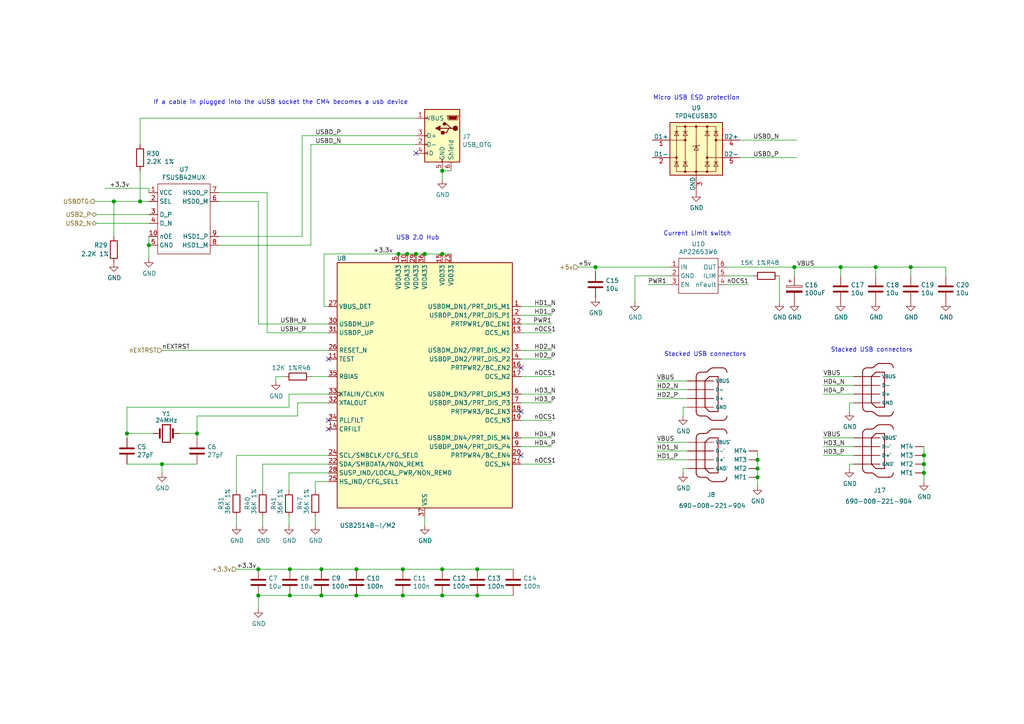
<source format=kicad_sch>
(kicad_sch (version 20231120) (generator "eeschema") (generator_version "8.0")
  (paper "A4")
  (title_block (title "Compute Module 4 IO Board - USB") (rev "1") (company "© 2020-2022 Raspberry Pi Ltd (formerly Raspberry Pi (Trading) Ltd.)") (comment 1 "www.raspberrypi.com"))
  (lib_symbols
    (symbol "CM4IO:AP2553W6"
      (property "Reference" "U" (at 3.81 -6.35 0))
      (property "Value" "AP2553W6" (at -3.81 -6.35 0))
      (symbol "AP2553W6_0_0"
        (pin power_in line (at -8.89 2.54 0) (length 2.54) (name "IN") (number "1"))
        (pin power_out line (at -8.89 0 0) (length 2.54) (name "GND") (number "2"))
        (pin input line (at -8.89 -2.54 0) (length 2.54) (name "EN") (number "3"))
        (pin open_collector line (at 7.62 -2.54 180) (length 2.54) (name "nFault") (number "4"))
        (pin passive line (at 7.62 0 180) (length 2.54) (name "ILIM") (number "5"))
        (pin power_out line (at 7.62 2.54 180) (length 2.54) (name "OUT") (number "6"))
      )
    )
    (symbol "CM4IO:FSUSB42MX"
      (property "Reference" "U" (at -7.62 20.32 0))
      (property "Value" "FSUSB42MX" (at -2.54 -2.54 0))
      (symbol "FSUSB42MX_0_0"
        (pin power_in line (at 8.89 16.51 180) (length 2.54) (name "VCC") (number "1"))
        (pin input line (at 8.89 3.81 180) (length 2.54) (name "nOE") (number "10"))
        (pin input line (at 8.89 13.97 180) (length 2.54) (name "SEL") (number "2"))
        (pin bidirectional line (at 8.89 10.16 180) (length 2.54) (name "D_P") (number "3"))
        (pin bidirectional line (at 8.89 7.62 180) (length 2.54) (name "D_N") (number "4"))
        (pin power_in line (at 8.89 1.27 180) (length 2.54) (name "GND") (number "5"))
        (pin bidirectional line (at -11.43 13.97 0) (length 2.54) (name "HSD0_M") (number "6"))
        (pin bidirectional line (at -11.43 16.51 0) (length 2.54) (name "HSD0_P") (number "7"))
        (pin bidirectional line (at -11.43 1.27 0) (length 2.54) (name "HSD1_M") (number "8"))
        (pin bidirectional line (at -11.43 3.81 0) (length 2.54) (name "HSD1_P") (number "9"))
      )
    )
    (symbol "CM4IO:TPD4EUSB30" (pin_names (offset 0))
      (property "Reference" "U" (at -0.635 8.89 0))
      (property "Value" "TPD4EUSB30" (at 8.89 -10.16 0))
      (symbol "TPD4EUSB30_1_1"
        (pin passive line (at -12.7 2.54 0) (length 5.08) (name "D1+") (number "1"))
        (pin passive line (at -12.7 2.54 0) (length 5.08) hide (name "~") (number "10"))
        (pin passive line (at -12.7 -2.54 0) (length 5.08) (name "D1-") (number "2"))
        (pin power_in line (at 0 -12.7 90) (length 5.08) (name "GND") (number "3"))
        (pin passive line (at 12.7 2.54 180) (length 5.08) (name "D2+") (number "4"))
        (pin passive line (at 12.7 -2.54 180) (length 5.08) (name "D2-") (number "5"))
        (pin passive line (at 12.7 -2.54 180) (length 5.08) hide (name "~") (number "6"))
        (pin passive line (at 12.7 2.54 180) (length 5.08) hide (name "~") (number "7"))
        (pin passive line (at 0 -12.7 90) (length 5.08) hide (name "GND") (number "8"))
        (pin passive line (at -12.7 -2.54 0) (length 5.08) hide (name "~") (number "9"))
      )
    )
    (symbol "CM4IO:USB_67298-4090" (pin_numbers hide)
      (property "Reference" "J" (at -5.08 21.6408 0))
      (property "Value" "USB_67298-4090" (at -5.08 -17.8054 0))
      (symbol "USB_67298-4090_0_0"
        (pin power_in line (at -7.62 -2.54 0) (length 7.62) (name "VBUS`") (number "1"))
        (pin passive line (at -7.62 -5.08 0) (length 7.62) (name "D-`") (number "2"))
        (pin passive line (at -7.62 -7.62 0) (length 7.62) (name "D+`") (number "3"))
        (pin power_in line (at -7.62 -10.16 0) (length 7.62) (name "GND`") (number "4"))
        (pin power_in line (at -7.62 15.24 0) (length 7.62) (name "VBUS") (number "5"))
        (pin passive line (at -7.62 12.7 0) (length 7.62) (name "D-") (number "6"))
        (pin passive line (at -7.62 10.16 0) (length 7.62) (name "D+") (number "7"))
        (pin power_in line (at -7.62 7.62 0) (length 7.62) (name "GND") (number "8"))
        (pin passive line (at 12.7 -12.7 180) (length 2.54) (name "MT1") (number "MT1"))
        (pin passive line (at 12.7 -10.16 180) (length 2.54) (name "MT2") (number "MT2"))
        (pin passive line (at 12.7 -7.62 180) (length 2.54) (name "MT3") (number "MT3"))
        (pin passive line (at 12.7 -5.08 180) (length 2.54) (name "MT4") (number "MT4"))
      )
    )
    (symbol "Connector:USB_OTG"
      (property "Reference" "J" (at -5.08 11.43 0))
      (property "Value" "USB_OTG" (at -5.08 8.89 0))
      (symbol "USB_OTG_1_1"
        (pin power_in line (at 7.62 5.08 180) (length 2.54) (name "VBUS") (number "1"))
        (pin passive line (at 7.62 -2.54 180) (length 2.54) (name "D-") (number "2"))
        (pin passive line (at 7.62 0 180) (length 2.54) (name "D+") (number "3"))
        (pin passive line (at 7.62 -5.08 180) (length 2.54) (name "ID") (number "4"))
        (pin power_in line (at 0 -10.16 90) (length 2.54) (name "GND") (number "5"))
        (pin passive line (at -2.54 -10.16 90) (length 2.54) (name "Shield") (number "6"))
      )
    )
    (symbol "Device:C" (pin_numbers hide) (pin_names (offset 0.254))
      (property "Reference" "C" (at 0.635 2.54 0))
      (property "Value" "C" (at 0.635 -2.54 0))
      (symbol "C_1_1"
        (pin passive line (at 0 3.81 270) (length 2.794) (name "~") (number "1"))
        (pin passive line (at 0 -3.81 90) (length 2.794) (name "~") (number "2"))
      )
    )
    (symbol "Device:CP" (pin_numbers hide) (pin_names (offset 0.254))
      (property "Reference" "C" (at 0.635 2.54 0))
      (property "Value" "CP" (at 0.635 -2.54 0))
      (symbol "CP_1_1"
        (pin passive line (at 0 3.81 270) (length 2.794) (name "~") (number "1"))
        (pin passive line (at 0 -3.81 90) (length 2.794) (name "~") (number "2"))
      )
    )
    (symbol "Device:Crystal" (pin_numbers hide) (pin_names hide)
      (property "Reference" "Y" (at 0 3.81 0))
      (property "Value" "Crystal" (at 0 -3.81 0))
      (symbol "Crystal_1_1"
        (pin passive line (at -3.81 0 0) (length 1.27) (name "1") (number "1"))
        (pin passive line (at 3.81 0 180) (length 1.27) (name "2") (number "2"))
      )
    )
    (symbol "Device:R" (pin_numbers hide) (pin_names (offset 0))
      (property "Reference" "R" (at 2.032 0 90))
      (property "Value" "R" (at 0 0 90))
      (symbol "R_1_1"
        (pin passive line (at 0 3.81 270) (length 1.27) (name "~") (number "1"))
        (pin passive line (at 0 -3.81 90) (length 1.27) (name "~") (number "2"))
      )
    )
    (symbol "Interface_USB:USB2514B_Bi"
      (property "Reference" "U" (at -17.78 40.64 0))
      (property "Value" "USB2514B_Bi" (at -20.32 38.1 0))
      (symbol "USB2514B_Bi_1_1"
        (pin bidirectional line (at 27.94 22.86 180) (length 2.54) (name "USBDM_DN1/PRT_DIS_M1") (number "1"))
        (pin power_in line (at -5.08 38.1 270) (length 2.54) (name "VDDA33") (number "10"))
        (pin input line (at -27.94 7.62 0) (length 2.54) (name "TEST") (number "11"))
        (pin bidirectional line (at 27.94 17.78 180) (length 2.54) (name "PRTPWR1/BC_EN1") (number "12"))
        (pin input line (at 27.94 15.24 180) (length 2.54) (name "OCS_N1") (number "13"))
        (pin input line (at -27.94 -12.7 0) (length 2.54) (name "CRFILT") (number "14"))
        (pin power_in line (at 5.08 38.1 270) (length 2.54) (name "VDD33") (number "15"))
        (pin bidirectional line (at 27.94 5.08 180) (length 2.54) (name "PRTPWR2/BC_EN2") (number "16"))
        (pin input line (at 27.94 2.54 180) (length 2.54) (name "OCS_N2") (number "17"))
        (pin bidirectional line (at 27.94 -7.62 180) (length 2.54) (name "PRTPWR3/BC_EN3") (number "18"))
        (pin input line (at 27.94 -10.16 180) (length 2.54) (name "OCS_N3") (number "19"))
        (pin bidirectional line (at 27.94 20.32 180) (length 2.54) (name "USBDP_DN1/PRT_DIS_P1") (number "2"))
        (pin bidirectional line (at 27.94 -20.32 180) (length 2.54) (name "PRTPWR4/BC_EN4") (number "20"))
        (pin input line (at 27.94 -22.86 180) (length 2.54) (name "OCS_N4") (number "21"))
        (pin bidirectional line (at -27.94 -22.86 0) (length 2.54) (name "SDA/SMBDATA/NON_REM1") (number "22"))
        (pin power_in line (at 7.62 38.1 270) (length 2.54) (name "VDD33") (number "23"))
        (pin bidirectional line (at -27.94 -20.32 0) (length 2.54) (name "SCL/SMBCLK/CFG_SEL0") (number "24"))
        (pin bidirectional line (at -27.94 -27.94 0) (length 2.54) (name "HS_IND/CFG_SEL1") (number "25"))
        (pin input line (at -27.94 10.16 0) (length 2.54) (name "RESET_N") (number "26"))
        (pin input line (at -27.94 22.86 0) (length 2.54) (name "VBUS_DET") (number "27"))
        (pin bidirectional line (at -27.94 -25.4 0) (length 2.54) (name "SUSP_IND/LOCAL_PWR/NON_REM0") (number "28"))
        (pin power_in line (at -2.54 38.1 270) (length 2.54) (name "VDDA33") (number "29"))
        (pin bidirectional line (at 27.94 10.16 180) (length 2.54) (name "USBDM_DN2/PRT_DIS_M2") (number "3"))
        (pin bidirectional line (at -27.94 17.78 0) (length 2.54) (name "USBDM_UP") (number "30"))
        (pin bidirectional line (at -27.94 15.24 0) (length 2.54) (name "USBDP_UP") (number "31"))
        (pin output line (at -27.94 -5.08 0) (length 2.54) (name "XTALOUT") (number "32"))
        (pin input clock (at -27.94 -2.54 0) (length 2.54) (name "XTALIN/CLKIN") (number "33"))
        (pin input line (at -27.94 -10.16 0) (length 2.54) (name "PLLFILT") (number "34"))
        (pin input line (at -27.94 2.54 0) (length 2.54) (name "RBIAS") (number "35"))
        (pin power_in line (at 0 38.1 270) (length 2.54) (name "VDDA33") (number "36"))
        (pin power_in line (at 0 -38.1 90) (length 2.54) (name "VSS") (number "37"))
        (pin bidirectional line (at 27.94 7.62 180) (length 2.54) (name "USBDP_DN2/PRT_DIS_P2") (number "4"))
        (pin power_in line (at -7.62 38.1 270) (length 2.54) (name "VDDA33") (number "5"))
        (pin bidirectional line (at 27.94 -2.54 180) (length 2.54) (name "USBDM_DN3/PRT_DIS_M3") (number "6"))
        (pin bidirectional line (at 27.94 -5.08 180) (length 2.54) (name "USBDP_DN3/PRT_DIS_P3") (number "7"))
        (pin bidirectional line (at 27.94 -15.24 180) (length 2.54) (name "USBDM_DN4/PRT_DIS_M4") (number "8"))
        (pin bidirectional line (at 27.94 -17.78 180) (length 2.54) (name "USBDP_DN4/PRT_DIS_P4") (number "9"))
      )
    )
    (symbol "power:GND" (power) (pin_names (offset 0))
      (property "Value" "GND" (at 0 -3.81 0))
      (symbol "GND_1_1"
        (pin power_in line (at 0 0 270) (length 0) hide (name "GND") (number "1"))
      )
    )
  )
  (junction (at 103.378 165.1) (diameter 1.016))
  (junction (at 103.378 172.72) (diameter 1.016))
  (junction (at 267.97 134.62) (diameter 1.016))
  (junction (at 267.97 137.16) (diameter 1.016))
  (junction (at 138.43 165.1) (diameter 1.016))
  (junction (at 93.218 165.1) (diameter 1.016))
  (junction (at 128.27 49.53) (diameter 1.016))
  (junction (at 74.93 172.72) (diameter 1.016))
  (junction (at 172.72 77.47) (diameter 1.016))
  (junction (at 267.97 132.08) (diameter 1.016))
  (junction (at 219.71 138.43) (diameter 1.016))
  (junction (at 116.84 165.1) (diameter 1.016))
  (junction (at 84.074 165.1) (diameter 1.016))
  (junction (at 128.27 172.72) (diameter 1.016))
  (junction (at 254 77.47) (diameter 1.016))
  (junction (at 36.83 125.73) (diameter 1.016))
  (junction (at 120.65 73.66) (diameter 1.016))
  (junction (at 128.27 73.66) (diameter 1.016))
  (junction (at 219.71 133.35) (diameter 1.016))
  (junction (at 40.64 58.42) (diameter 1.016))
  (junction (at 219.71 135.89) (diameter 1.016))
  (junction (at 123.19 73.66) (diameter 1.016))
  (junction (at 128.27 165.1) (diameter 1.016))
  (junction (at 230.378 77.47) (diameter 1.016))
  (junction (at 74.93 165.1) (diameter 1.016))
  (junction (at 93.218 172.72) (diameter 1.016))
  (junction (at 57.15 125.73) (diameter 1.016))
  (junction (at 84.074 172.72) (diameter 1.016))
  (junction (at 264.16 77.47) (diameter 1.016))
  (junction (at 43.18 71.12) (diameter 1.016))
  (junction (at 33.02 58.42) (diameter 1.016))
  (junction (at 115.57 73.66) (diameter 1.016))
  (junction (at 243.84 77.47) (diameter 1.016))
  (junction (at 116.84 172.72) (diameter 1.016))
  (junction (at 118.11 73.66) (diameter 1.016))
  (junction (at 138.43 172.72) (diameter 1.016))
  (junction (at 46.99 134.62) (diameter 1.016))
  (no_connect (at 95.25 121.92))
  (no_connect (at 95.25 104.14))
  (no_connect (at 120.65 44.45))
  (no_connect (at 95.25 124.46))
  (no_connect (at 151.13 119.38))
  (no_connect (at 151.13 106.68))
  (no_connect (at 151.13 132.08))
  (wire (pts (xy 151.13 96.52) (xy 160.02 96.52)))
  (wire (pts (xy 86.36 116.84) (xy 86.36 120.65)))
  (wire (pts (xy 151.13 88.9) (xy 160.02 88.9)))
  (wire (pts (xy 74.93 165.1) (xy 84.074 165.1)))
  (wire (pts (xy 190.5 113.03) (xy 199.39 113.03)))
  (wire (pts (xy 246.38 134.62) (xy 246.38 135.89)))
  (wire (pts (xy 151.13 116.84) (xy 160.02 116.84)))
  (wire (pts (xy 36.83 127) (xy 36.83 125.73)))
  (wire (pts (xy 190.5 115.57) (xy 199.39 115.57)))
  (wire (pts (xy 172.72 77.47) (xy 194.31 77.47)))
  (wire (pts (xy 93.218 165.1) (xy 103.378 165.1)))
  (wire (pts (xy 151.13 91.44) (xy 160.02 91.44)))
  (wire (pts (xy 246.38 116.84) (xy 246.38 119.38)))
  (wire (pts (xy 57.15 120.65) (xy 57.15 125.73)))
  (wire (pts (xy 95.25 93.98) (xy 74.93 93.98)))
  (wire (pts (xy 247.65 134.62) (xy 246.38 134.62)))
  (wire (pts (xy 83.82 142.24) (xy 83.82 137.16)))
  (wire (pts (xy 138.43 165.1) (xy 148.844 165.1)))
  (wire (pts (xy 68.58 149.86) (xy 68.58 152.4)))
  (wire (pts (xy 238.76 111.76) (xy 247.65 111.76)))
  (wire (pts (xy 194.31 80.01) (xy 184.15 80.01)))
  (wire (pts (xy 83.82 118.11) (xy 36.83 118.11)))
  (wire (pts (xy 93.98 88.9) (xy 93.98 73.66)))
  (wire (pts (xy 43.18 58.42) (xy 40.64 58.42)))
  (wire (pts (xy 77.47 55.88) (xy 77.47 96.52)))
  (wire (pts (xy 184.15 80.01) (xy 184.15 87.63)))
  (wire (pts (xy 74.93 58.42) (xy 74.93 93.98)))
  (wire (pts (xy 118.11 73.66) (xy 120.65 73.66)))
  (wire (pts (xy 151.13 134.62) (xy 160.02 134.62)))
  (wire (pts (xy 43.18 55.88) (xy 43.18 54.61)))
  (wire (pts (xy 83.82 114.3) (xy 83.82 118.11)))
  (wire (pts (xy 36.83 118.11) (xy 36.83 125.73)))
  (wire (pts (xy 82.55 109.22) (xy 80.01 109.22)))
  (wire (pts (xy 128.27 172.72) (xy 138.43 172.72)))
  (wire (pts (xy 63.5 71.12) (xy 90.17 71.12)))
  (wire (pts (xy 91.44 149.86) (xy 91.44 152.4)))
  (wire (pts (xy 254 77.47) (xy 264.16 77.47)))
  (wire (pts (xy 264.16 77.47) (xy 264.16 80.01)))
  (wire (pts (xy 219.71 138.43) (xy 219.71 140.97)))
  (wire (pts (xy 128.27 49.53) (xy 130.81 49.53)))
  (wire (pts (xy 76.2 134.62) (xy 95.25 134.62)))
  (wire (pts (xy 90.17 71.12) (xy 90.17 41.91)))
  (wire (pts (xy 219.71 130.81) (xy 219.71 133.35)))
  (wire (pts (xy 238.76 127) (xy 247.65 127)))
  (wire (pts (xy 76.2 149.86) (xy 76.2 152.4)))
  (wire (pts (xy 267.97 137.16) (xy 267.97 139.7)))
  (wire (pts (xy 57.15 125.73) (xy 57.15 127)))
  (wire (pts (xy 151.13 101.6) (xy 160.02 101.6)))
  (wire (pts (xy 90.17 109.22) (xy 95.25 109.22)))
  (wire (pts (xy 190.5 130.81) (xy 199.39 130.81)))
  (wire (pts (xy 210.82 77.47) (xy 230.378 77.47)))
  (wire (pts (xy 230.378 77.47) (xy 243.84 77.47)))
  (wire (pts (xy 128.27 52.07) (xy 128.27 49.53)))
  (wire (pts (xy 167.64 77.47) (xy 172.72 77.47)))
  (wire (pts (xy 151.13 121.92) (xy 160.02 121.92)))
  (wire (pts (xy 123.19 73.66) (xy 128.27 73.66)))
  (wire (pts (xy 214.63 40.64) (xy 231.14 40.64)))
  (wire (pts (xy 243.84 77.47) (xy 254 77.47)))
  (wire (pts (xy 63.5 68.58) (xy 87.63 68.58)))
  (wire (pts (xy 27.94 64.77) (xy 43.18 64.77)))
  (wire (pts (xy 84.074 172.72) (xy 93.218 172.72)))
  (wire (pts (xy 68.58 132.08) (xy 95.25 132.08)))
  (wire (pts (xy 238.76 109.22) (xy 247.65 109.22)))
  (wire (pts (xy 238.76 132.08) (xy 247.65 132.08)))
  (wire (pts (xy 151.13 114.3) (xy 160.02 114.3)))
  (wire (pts (xy 151.13 104.14) (xy 160.02 104.14)))
  (wire (pts (xy 95.25 116.84) (xy 86.36 116.84)))
  (wire (pts (xy 87.63 68.58) (xy 87.63 39.37)))
  (wire (pts (xy 214.63 45.72) (xy 231.14 45.72)))
  (wire (pts (xy 190.5 128.27) (xy 199.39 128.27)))
  (wire (pts (xy 86.36 120.65) (xy 57.15 120.65)))
  (wire (pts (xy 93.98 73.66) (xy 115.57 73.66)))
  (wire (pts (xy 83.82 149.86) (xy 83.82 152.4)))
  (wire (pts (xy 219.71 133.35) (xy 219.71 135.89)))
  (wire (pts (xy 46.99 134.62) (xy 57.15 134.62)))
  (wire (pts (xy 151.13 109.22) (xy 160.02 109.22)))
  (wire (pts (xy 91.44 142.24) (xy 91.44 139.7)))
  (wire (pts (xy 219.71 135.89) (xy 219.71 138.43)))
  (wire (pts (xy 254 77.47) (xy 254 80.01)))
  (wire (pts (xy 120.65 73.66) (xy 123.19 73.66)))
  (wire (pts (xy 27.305 58.42) (xy 33.02 58.42)))
  (wire (pts (xy 226.06 80.01) (xy 226.06 87.63)))
  (wire (pts (xy 138.43 172.72) (xy 148.844 172.72)))
  (wire (pts (xy 103.378 172.72) (xy 116.84 172.72)))
  (wire (pts (xy 238.76 114.3) (xy 247.65 114.3)))
  (wire (pts (xy 83.82 114.3) (xy 95.25 114.3)))
  (wire (pts (xy 63.5 55.88) (xy 77.47 55.88)))
  (wire (pts (xy 123.19 149.86) (xy 123.19 152.4)))
  (wire (pts (xy 230.378 77.47) (xy 230.378 80.01)))
  (wire (pts (xy 199.39 118.11) (xy 198.12 118.11)))
  (wire (pts (xy 93.218 172.72) (xy 103.378 172.72)))
  (wire (pts (xy 190.5 110.49) (xy 199.39 110.49)))
  (wire (pts (xy 36.83 125.73) (xy 44.45 125.73)))
  (wire (pts (xy 267.97 134.62) (xy 267.97 137.16)))
  (wire (pts (xy 103.378 165.1) (xy 116.84 165.1)))
  (wire (pts (xy 151.13 93.98) (xy 160.02 93.98)))
  (wire (pts (xy 115.57 73.66) (xy 118.11 73.66)))
  (wire (pts (xy 30.48 54.61) (xy 43.18 54.61)))
  (wire (pts (xy 210.82 82.55) (xy 217.17 82.55)))
  (wire (pts (xy 274.32 80.01) (xy 274.32 77.47)))
  (wire (pts (xy 210.82 80.01) (xy 218.44 80.01)))
  (wire (pts (xy 187.96 82.55) (xy 194.31 82.55)))
  (wire (pts (xy 95.25 88.9) (xy 93.98 88.9)))
  (wire (pts (xy 91.44 139.7) (xy 95.25 139.7)))
  (wire (pts (xy 74.93 176.53) (xy 74.93 172.72)))
  (wire (pts (xy 36.83 134.62) (xy 46.99 134.62)))
  (wire (pts (xy 128.27 73.66) (xy 130.81 73.66)))
  (wire (pts (xy 77.47 96.52) (xy 95.25 96.52)))
  (wire (pts (xy 63.5 58.42) (xy 74.93 58.42)))
  (wire (pts (xy 190.5 133.35) (xy 199.39 133.35)))
  (wire (pts (xy 74.93 172.72) (xy 84.074 172.72)))
  (wire (pts (xy 68.58 165.1) (xy 74.93 165.1)))
  (wire (pts (xy 43.18 71.12) (xy 43.18 74.93)))
  (wire (pts (xy 33.02 58.42) (xy 33.02 68.58)))
  (wire (pts (xy 199.39 135.89) (xy 198.12 135.89)))
  (wire (pts (xy 116.84 172.72) (xy 128.27 172.72)))
  (wire (pts (xy 247.65 116.84) (xy 246.38 116.84)))
  (wire (pts (xy 151.13 129.54) (xy 160.02 129.54)))
  (wire (pts (xy 267.97 132.08) (xy 267.97 134.62)))
  (wire (pts (xy 116.84 165.1) (xy 128.27 165.1)))
  (wire (pts (xy 40.64 49.53) (xy 40.64 58.42)))
  (wire (pts (xy 46.99 101.6) (xy 95.25 101.6)))
  (wire (pts (xy 128.27 165.1) (xy 138.43 165.1)))
  (wire (pts (xy 267.97 129.54) (xy 267.97 132.08)))
  (wire (pts (xy 198.12 135.89) (xy 198.12 137.16)))
  (wire (pts (xy 151.13 127) (xy 160.02 127)))
  (wire (pts (xy 27.94 62.23) (xy 43.18 62.23)))
  (wire (pts (xy 264.16 77.47) (xy 274.32 77.47)))
  (wire (pts (xy 76.2 142.24) (xy 76.2 134.62)))
  (wire (pts (xy 52.07 125.73) (xy 57.15 125.73)))
  (wire (pts (xy 40.64 34.29) (xy 120.65 34.29)))
  (wire (pts (xy 40.64 58.42) (xy 33.02 58.42)))
  (wire (pts (xy 68.58 142.24) (xy 68.58 132.08)))
  (wire (pts (xy 90.17 41.91) (xy 120.65 41.91)))
  (wire (pts (xy 84.074 165.1) (xy 93.218 165.1)))
  (wire (pts (xy 198.12 118.11) (xy 198.12 120.65)))
  (wire (pts (xy 87.63 39.37) (xy 120.65 39.37)))
  (wire (pts (xy 172.72 78.74) (xy 172.72 77.47)))
  (wire (pts (xy 80.01 109.22) (xy 80.01 110.49)))
  (wire (pts (xy 40.64 41.91) (xy 40.64 34.29)))
  (wire (pts (xy 83.82 137.16) (xy 95.25 137.16)))
  (wire (pts (xy 43.18 68.58) (xy 43.18 71.12)))
  (wire (pts (xy 46.99 134.62) (xy 46.99 137.16)))
  (wire (pts (xy 243.84 80.01) (xy 243.84 77.47)))
  (wire (pts (xy 238.76 129.54) (xy 247.65 129.54)))
  (text "Current Limit switch" (at 212.09 68.58 0) (effects (font (size 1.27 1.27)) (justify right bottom)))
  (text "USB 2.0 Hub" (at 127.4318 69.7992 0) (effects (font (size 1.27 1.27)) (justify right bottom)))
  (text "If a cable in plugged into the uUSB socket the CM4 becomes a usb device" (at 44.45 30.48 0) (effects (font (size 1.27 1.27)) (justify left bottom)))
  (text "Stacked USB connectors" (at 264.7188 102.3112 0) (effects (font (size 1.27 1.27)) (justify right bottom)))
  (text "Micro USB ESD protection" (at 214.63 29.21 0) (effects (font (size 1.27 1.27)) (justify right bottom)))
  (text "Stacked USB connectors" (at 216.4588 103.5812 0) (effects (font (size 1.27 1.27)) (justify right bottom)))
  (label "nOCS1" (at 154.94 96.52 0))
  (label "+3.3v" (at 31.75 54.61 0))
  (label "HD2_P" (at 190.5 115.57 0))
  (label "HD1_P" (at 190.5 133.35 0))
  (label "HD1_N" (at 154.94 88.9 0))
  (label "HD4_P" (at 154.94 129.54 0))
  (label "nOCS1" (at 210.82 82.55 0))
  (label "VBUS" (at 190.5 110.49 0))
  (label "HD2_N" (at 190.5 113.03 0))
  (label "PWR1" (at 160.02 93.98 180))
  (label "USBD_N" (at 218.44 40.64 0))
  (label "nOCS1" (at 154.94 109.22 0))
  (label "VBUS" (at 231.14 77.47 0))
  (label "USBD_N" (at 91.44 41.91 0))
  (label "HD2_P" (at 154.94 104.14 0))
  (label "VBUS" (at 238.76 127 0))
  (label "VBUS" (at 190.5 128.27 0))
  (label "HD3_P" (at 238.76 132.08 0))
  (label "+3.3v" (at 68.58 165.1 0))
  (label "+5v" (at 167.64 77.47 0))
  (label "HD4_P" (at 238.76 114.3 0))
  (label "HD4_N" (at 154.94 127 0))
  (label "USBH_P" (at 81.28 96.52 0))
  (label "HD3_P" (at 154.94 116.84 0))
  (label "nEXTRST" (at 46.99 101.6 0))
  (label "+3.3v" (at 108.204 73.66 0))
  (label "HD2_N" (at 154.94 101.6 0))
  (label "USBD_P" (at 218.44 45.72 0))
  (label "HD1_N" (at 190.5 130.81 0))
  (label "USBD_P" (at 91.44 39.37 0))
  (label "HD3_N" (at 238.76 129.54 0))
  (label "nOCS1" (at 154.94 134.62 0))
  (label "HD4_N" (at 238.76 111.76 0))
  (label "nOCS1" (at 154.94 121.92 0))
  (label "PWR1" (at 187.96 82.55 0))
  (label "VBUS" (at 238.76 109.22 0))
  (label "USBH_N" (at 81.28 93.98 0))
  (label "HD3_N" (at 154.94 114.3 0))
  (label "HD1_P" (at 154.94 91.44 0))
  (hierarchical_label "USB2_N" (shape bidirectional) (at 27.94 64.77 180))
  (hierarchical_label "USBOTG" (shape output) (at 27.305 58.42 180))
  (hierarchical_label "+3.3v" (shape input) (at 68.58 165.1 180))
  (hierarchical_label "USB2_P" (shape bidirectional) (at 27.94 62.23 180))
  (hierarchical_label "nEXTRST" (shape input) (at 46.99 101.6 180))
  (hierarchical_label "+5v" (shape input) (at 167.64 77.47 180))
  (symbol (lib_id "CM4IO:USB_67298-4090") (at 207.01 125.73 0) (unit 1)
    (property "Reference" "J8" (at 205.105 143.51 0) (effects (justify left)))
    (property "Value" "690-008-221-904" (at 196.85 146.685 0) (effects (justify left)))
    (property "Footprint" "CM4IO:MOLEX_USB_67298-4090" (effects (hide yes)))
    (property "Datasheet" "https://www.molex.com/pdm_docs/sd/672984090_sd.pdf" (effects (hide yes)))
    (property "Field4" "Farnell" (effects (hide yes)))
    (property "Field5" "	2751688" (effects (hide yes)))
    (property "Field6" "690-008-221-904" (effects (hide yes)))
    (property "Field7" "EDAC" (effects (hide yes)))
    (property "Field8" "UCON00727" (effects (hide yes)))
    (property "Part Description" "USB-A (USB TYPE-A), Stacked Receptacle Connector 8 Position Through Hole, Right Angle" (effects (hide yes)))
  )
  (symbol (lib_id "Connector:USB_OTG") (at 128.27 39.37 0) (mirror y) (unit 1)
    (property "Reference" "J7" (at 134.112 39.6494 0) (effects (justify right)))
    (property "Value" "USB_OTG" (at 134.112 41.9608 0) (effects (justify right)))
    (property "Footprint" "CM4IO:USB_Micro-B_EDAC_UCON00686" (effects (hide yes)))
    (property "Datasheet" "https://cdn.amphenol-icc.com/media/wysiwyg/files/documentation/datasheet/inputoutput/io_usb_micro.pd" (effects (hide yes)))
    (property "Field4" "Digikey" (effects (hide yes)))
    (property "Field5" "609-4050-2-ND" (effects (hide yes)))
    (property "Field6" "690-005-298-486" (effects (hide yes)))
    (property "Field7" "EDAC" (effects (hide yes)))
    (property "Part Description" "USB - micro B USB 2.0 Receptacle Connector 5 Position Surface Mount, Right Angle; Through Hole" (effects (hide yes)))
    (property "Field8" "UCON00686" (effects (hide yes)))
  )
  (symbol (lib_id "Device:R") (at 40.64 45.72 0) (unit 1)
    (property "Reference" "R30" (at 42.418 44.5516 0) (effects (justify left)))
    (property "Value" "2.2K 1%" (at 42.418 46.863 0) (effects (justify left)))
    (property "Footprint" "Resistor_SMD:R_0402_1005Metric" (effects (hide yes)))
    (property "Datasheet" "https://fscdn.rohm.com/en/products/databook/datasheet/passive/resistor/chip_resistor/mcr-e.pdf" (effects (hide yes)))
    (property "Field4" "Farnell" (effects (hide yes)))
    (property "Field5" "9239278" (effects (hide yes)))
    (property "Field7" "KOA EUROPE GMBH" (effects (hide yes)))
    (property "Field6" "RK73G1ETQTP2201D         " (effects (hide yes)))
    (property "Part Description" "Resistor 2.2K M1005 1% 63mW" (effects (hide yes)))
    (property "Field8" "120889581" (effects (hide yes)))
  )
  (symbol (lib_id "power:GND") (at 172.72 86.36 0) (unit 1)
    (property "Reference" "#PWR019" (effects (hide yes)))
    (property "Value" "GND" (at 172.847 90.7542 0))
  )
  (symbol (lib_id "Device:C") (at 243.84 83.82 0) (unit 1)
    (property "Reference" "C17" (at 246.761 82.6516 0) (effects (justify left)))
    (property "Value" "10u" (at 246.761 84.963 0) (effects (justify left)))
    (property "Footprint" "Capacitor_SMD:C_0805_2012Metric" (effects (hide yes)))
    (property "Datasheet" "https://search.murata.co.jp/Ceramy/image/img/A01X/G101/ENG/GRM21BR71A106KA73-01.pdf" (effects (hide yes)))
    (property "Field5" "490-14381-1-ND" (effects (hide yes)))
    (property "Field4" "Digikey" (effects (hide yes)))
    (property "Field6" "GRM21BR71A106KA73L" (effects (hide yes)))
    (property "Field7" "Murata" (effects (hide yes)))
    (property "Part Description" "	10uF 10% 10V Ceramic Capacitor X7R 0805 (2012 Metric)" (effects (hide yes)))
    (property "Field8" "111893011" (effects (hide yes)))
  )
  (symbol (lib_id "power:GND") (at 243.84 87.63 0) (unit 1)
    (property "Reference" "#PWR027" (effects (hide yes)))
    (property "Value" "GND" (at 243.967 92.0242 0))
  )
  (symbol (lib_id "Device:C") (at 254 83.82 0) (unit 1)
    (property "Reference" "C18" (at 256.921 82.6516 0) (effects (justify left)))
    (property "Value" "10u" (at 256.921 84.963 0) (effects (justify left)))
    (property "Footprint" "Capacitor_SMD:C_0805_2012Metric" (effects (hide yes)))
    (property "Datasheet" "https://search.murata.co.jp/Ceramy/image/img/A01X/G101/ENG/GRM21BR71A106KA73-01.pdf" (effects (hide yes)))
    (property "Field5" "490-14381-1-ND" (effects (hide yes)))
    (property "Field4" "Digikey" (effects (hide yes)))
    (property "Field6" "GRM21BR71A106KA73L" (effects (hide yes)))
    (property "Field7" "Murata" (effects (hide yes)))
    (property "Part Description" "	10uF 10% 10V Ceramic Capacitor X7R 0805 (2012 Metric)" (effects (hide yes)))
    (property "Field8" "111893011" (effects (hide yes)))
  )
  (symbol (lib_id "power:GND") (at 254 87.63 0) (unit 1)
    (property "Reference" "#PWR029" (effects (hide yes)))
    (property "Value" "GND" (at 254.127 92.0242 0))
  )
  (symbol (lib_id "Device:C") (at 264.16 83.82 0) (unit 1)
    (property "Reference" "C19" (at 267.081 82.6516 0) (effects (justify left)))
    (property "Value" "10u" (at 267.081 84.963 0) (effects (justify left)))
    (property "Footprint" "Capacitor_SMD:C_0805_2012Metric" (effects (hide yes)))
    (property "Datasheet" "https://search.murata.co.jp/Ceramy/image/img/A01X/G101/ENG/GRM21BR71A106KA73-01.pdf" (effects (hide yes)))
    (property "Field5" "490-14381-1-ND" (effects (hide yes)))
    (property "Field4" "Digikey" (effects (hide yes)))
    (property "Field6" "GRM21BR71A106KA73L" (effects (hide yes)))
    (property "Field7" "Murata" (effects (hide yes)))
    (property "Part Description" "	10uF 10% 10V Ceramic Capacitor X7R 0805 (2012 Metric)" (effects (hide yes)))
    (property "Field8" "111893011" (effects (hide yes)))
  )
  (symbol (lib_id "Device:C") (at 274.32 83.82 0) (unit 1)
    (property "Reference" "C20" (at 277.241 82.6516 0) (effects (justify left)))
    (property "Value" "10u" (at 277.241 84.963 0) (effects (justify left)))
    (property "Footprint" "Capacitor_SMD:C_0805_2012Metric" (effects (hide yes)))
    (property "Datasheet" "https://search.murata.co.jp/Ceramy/image/img/A01X/G101/ENG/GRM21BR71A106KA73-01.pdf" (effects (hide yes)))
    (property "Field5" "490-14381-1-ND" (effects (hide yes)))
    (property "Field4" "Digikey" (effects (hide yes)))
    (property "Field6" "GRM21BR71A106KA73L" (effects (hide yes)))
    (property "Field7" "Murata" (effects (hide yes)))
    (property "Part Description" "	10uF 10% 10V Ceramic Capacitor X7R 0805 (2012 Metric)" (effects (hide yes)))
    (property "Field8" "111893011" (effects (hide yes)))
  )
  (symbol (lib_id "power:GND") (at 198.12 120.65 0) (unit 1)
    (property "Reference" "#PWR021" (effects (hide yes)))
    (property "Value" "GND" (at 198.247 125.0442 0))
  )
  (symbol (lib_id "power:GND") (at 198.12 137.16 0) (unit 1)
    (property "Reference" "#PWR022" (effects (hide yes)))
    (property "Value" "GND" (at 198.247 141.5542 0))
  )
  (symbol (lib_id "Device:R") (at 33.02 72.39 0) (unit 1)
    (property "Reference" "R29" (at 27.305 71.12 0) (effects (justify left)))
    (property "Value" "2.2K 1%" (at 23.495 73.66 0) (effects (justify left)))
    (property "Footprint" "Resistor_SMD:R_0402_1005Metric" (effects (hide yes)))
    (property "Datasheet" "https://fscdn.rohm.com/en/products/databook/datasheet/passive/resistor/chip_resistor/mcr-e.pdf" (effects (hide yes)))
    (property "Field4" "Farnell" (effects (hide yes)))
    (property "Field5" "9239278" (effects (hide yes)))
    (property "Field7" "KOA EUROPE GMBH" (effects (hide yes)))
    (property "Field6" "RK73G1ETQTP2201D         " (effects (hide yes)))
    (property "Part Description" "Resistor 2.2K M1005 1% 63mW" (effects (hide yes)))
    (property "Field8" "120889581" (effects (hide yes)))
  )
  (symbol (lib_id "CM4IO:AP2553W6") (at 203.2 80.01 0) (unit 1)
    (property "Reference" "U10" (at 202.565 70.739 0))
    (property "Value" "AP22653W6" (at 202.565 73.0504 0))
    (property "Footprint" "Package_TO_SOT_SMD:SOT-23-6" (effects (hide yes)))
    (property "Datasheet" "https://www.diodes.com/assets/Datasheets/AP255x.pdf" (effects (hide yes)))
    (property "Field4" "Digikey" (effects (hide yes)))
    (property "Field5" "	31-AP22653W6-7CT-ND" (effects (hide yes)))
    (property "Field6" "AP22653W6" (effects (hide yes)))
    (property "Field7" "Diodes" (effects (hide yes)))
    (property "Part Description" "	Power Switch/Driver 1:1 P-Channel 2.1A SOT-23-6" (effects (hide yes)))
  )
  (symbol (lib_id "Interface_USB:USB2514B_Bi") (at 123.19 111.76 0) (unit 1)
    (property "Reference" "U8" (at 99.06 74.93 0))
    (property "Value" "USB2514B-I/M2" (at 106.68 152.4 0))
    (property "Footprint" "Package_DFN_QFN:QFN-36-1EP_6x6mm_P0.5mm_EP3.7x3.7mm" (effects (hide yes)))
    (property "Datasheet" "http://ww1.microchip.com/downloads/en/DeviceDoc/00001692C.pdf" (effects (hide yes)))
    (property "Field4" "Farnell" (effects (hide yes)))
    (property "Field5" "2775060" (effects (hide yes)))
    (property "Field6" "USB2514B-I/M2" (effects (hide yes)))
    (property "Field7" "Microchip" (effects (hide yes)))
    (property "Part Description" "	USB Hub Controller USB Interface 36-SQFN (6x6)" (effects (hide yes)))
    (property "Field8" "UICC00931" (effects (hide yes)))
  )
  (symbol (lib_id "power:GND") (at 80.01 110.49 0) (unit 1)
    (property "Reference" "#PWR014" (effects (hide yes)))
    (property "Value" "GND" (at 80.137 114.8842 0))
  )
  (symbol (lib_id "power:GND") (at 184.15 87.63 0) (unit 1)
    (property "Reference" "#PWR020" (effects (hide yes)))
    (property "Value" "GND" (at 184.277 92.0242 0))
  )
  (symbol (lib_id "Device:R") (at 83.82 146.05 0) (unit 1)
    (property "Reference" "R41" (at 79.375 147.955 90) (effects (justify left)))
    (property "Value" "36K 1%" (at 81.28 149.225 90) (effects (justify left)))
    (property "Footprint" "Resistor_SMD:R_0402_1005Metric" (effects (hide yes)))
    (property "Datasheet" "https://fscdn.rohm.com/en/products/databook/datasheet/passive/resistor/chip_resistor/mcr-e.pdf" (effects (hide yes)))
    (property "Field4" "Farnell" (effects (hide yes)))
    (property "Field5" "1458788" (effects (hide yes)))
    (property "Field7" "Rohm" (effects (hide yes)))
    (property "Field6" "MCR01MZPF3602" (effects (hide yes)))
    (property "Part Description" "Resistor 36K M1005 1% 63mW" (effects (hide yes)))
  )
  (symbol (lib_id "Device:R") (at 76.2 146.05 0) (unit 1)
    (property "Reference" "R40" (at 71.755 147.955 90) (effects (justify left)))
    (property "Value" "36K 1%" (at 73.66 149.225 90) (effects (justify left)))
    (property "Footprint" "Resistor_SMD:R_0402_1005Metric" (effects (hide yes)))
    (property "Datasheet" "https://fscdn.rohm.com/en/products/databook/datasheet/passive/resistor/chip_resistor/mcr-e.pdf" (effects (hide yes)))
    (property "Field4" "Farnell" (effects (hide yes)))
    (property "Field5" "1458788" (effects (hide yes)))
    (property "Field7" "Rohm" (effects (hide yes)))
    (property "Field6" "MCR01MZPF3602" (effects (hide yes)))
    (property "Part Description" "Resistor 36K M1005 1% 63mW" (effects (hide yes)))
  )
  (symbol (lib_id "Device:R") (at 68.58 146.05 0) (unit 1)
    (property "Reference" "R31" (at 64.135 147.955 90) (effects (justify left)))
    (property "Value" "36K 1%" (at 66.04 149.225 90) (effects (justify left)))
    (property "Footprint" "Resistor_SMD:R_0402_1005Metric" (effects (hide yes)))
    (property "Datasheet" "https://fscdn.rohm.com/en/products/databook/datasheet/passive/resistor/chip_resistor/mcr-e.pdf" (effects (hide yes)))
    (property "Field4" "Farnell" (effects (hide yes)))
    (property "Field5" "1458788" (effects (hide yes)))
    (property "Field7" "Rohm" (effects (hide yes)))
    (property "Field6" "MCR01MZPF3602" (effects (hide yes)))
    (property "Part Description" "Resistor 36K M1005 1% 63mW" (effects (hide yes)))
  )
  (symbol (lib_id "power:GND") (at 68.58 152.4 0) (unit 1)
    (property "Reference" "#PWR011" (effects (hide yes)))
    (property "Value" "GND" (at 68.707 156.7942 0))
  )
  (symbol (lib_id "power:GND") (at 76.2 152.4 0) (unit 1)
    (property "Reference" "#PWR013" (effects (hide yes)))
    (property "Value" "GND" (at 76.327 156.7942 0))
  )
  (symbol (lib_id "power:GND") (at 83.82 152.4 0) (unit 1)
    (property "Reference" "#PWR015" (effects (hide yes)))
    (property "Value" "GND" (at 83.947 156.7942 0))
  )
  (symbol (lib_id "power:GND") (at 91.44 152.4 0) (unit 1)
    (property "Reference" "#PWR016" (effects (hide yes)))
    (property "Value" "GND" (at 91.567 156.7942 0))
  )
  (symbol (lib_id "Device:R") (at 222.25 80.01 90) (unit 1)
    (property "Reference" "R48" (at 226.06 76.2 90) (effects (justify left)))
    (property "Value" "15K 1%" (at 222.25 76.2 90) (effects (justify left)))
    (property "Footprint" "Resistor_SMD:R_0402_1005Metric" (effects (hide yes)))
    (property "Datasheet" "https://fscdn.rohm.com/en/products/databook/datasheet/passive/resistor/chip_resistor/mcr-e.pdf" (effects (hide yes)))
    (property "Field4" "Farnell" (effects (hide yes)))
    (property "Field5" "9239375" (effects (hide yes)))
    (property "Field6" "MCR01MZPF1502" (effects (hide yes)))
    (property "Field7" "Rohm" (effects (hide yes)))
    (property "Part Description" "Resistor 15K M1005 1% 63mW" (effects (hide yes)))
    (property "Field8" "120891581" (effects (hide yes)))
  )
  (symbol (lib_id "power:GND") (at 226.06 87.63 0) (unit 1)
    (property "Reference" "#PWR025" (effects (hide yes)))
    (property "Value" "GND" (at 226.187 92.0242 0))
  )
  (symbol (lib_id "power:GND") (at 264.16 87.63 0) (unit 1)
    (property "Reference" "#PWR031" (effects (hide yes)))
    (property "Value" "GND" (at 264.287 92.0242 0))
  )
  (symbol (lib_id "power:GND") (at 274.32 87.63 0) (unit 1)
    (property "Reference" "#PWR032" (effects (hide yes)))
    (property "Value" "GND" (at 274.447 92.0242 0))
  )
  (symbol (lib_id "power:GND") (at 219.71 140.97 0) (unit 1)
    (property "Reference" "#PWR024" (effects (hide yes)))
    (property "Value" "GND" (at 219.837 145.3642 0))
  )
  (symbol (lib_id "power:GND") (at 128.27 52.07 0) (unit 1)
    (property "Reference" "#PWR018" (effects (hide yes)))
    (property "Value" "GND" (at 128.397 56.4642 0))
  )
  (symbol (lib_id "CM4IO:FSUSB42MX") (at 52.07 72.39 0) (mirror y) (unit 1)
    (property "Reference" "U7" (at 53.34 49.149 0))
    (property "Value" "FSUSB42MUX" (at 53.34 51.4604 0))
    (property "Footprint" "Package_SO:MSOP-10_3x3mm_P0.5mm" (effects (hide yes)))
    (property "Datasheet" "https://www.onsemi.com/pub/Collateral/FSUSB42-D.PDF" (effects (hide yes)))
    (property "Field4" "Farnell" (effects (hide yes)))
    (property "Field5" "2564479" (effects (hide yes)))
    (property "Field6" "FSUSB42MUX" (effects (hide yes)))
    (property "Field7" "Onsemi" (effects (hide yes)))
    (property "Part Description" "USB Switch IC 1 Channel 10-MSOP" (effects (hide yes)))
  )
  (symbol (lib_id "power:GND") (at 123.19 152.4 0) (unit 1)
    (property "Reference" "#PWR017" (effects (hide yes)))
    (property "Value" "GND" (at 123.317 156.7942 0))
  )
  (symbol (lib_id "power:GND") (at 43.18 74.93 0) (unit 1)
    (property "Reference" "#PWR09" (effects (hide yes)))
    (property "Value" "GND" (at 43.307 79.3242 0))
  )
  (symbol (lib_id "power:GND") (at 33.02 76.2 0) (unit 1)
    (property "Reference" "#PWR05" (effects (hide yes)))
    (property "Value" "GND" (at 33.147 80.5942 0))
  )
  (symbol (lib_id "Device:R") (at 86.36 109.22 90) (unit 1)
    (property "Reference" "R46" (at 90.17 106.68 90) (effects (justify left)))
    (property "Value" "12K 1%" (at 86.36 106.68 90) (effects (justify left)))
    (property "Footprint" "Resistor_SMD:R_0402_1005Metric" (effects (hide yes)))
    (property "Datasheet" "https://fscdn.rohm.com/en/products/databook/datasheet/passive/resistor/chip_resistor/mcr-e.pdf" (effects (hide yes)))
    (property "Field4" "Farnell" (effects (hide yes)))
    (property "Field5" "9239367" (effects (hide yes)))
    (property "Field7" "Rohm" (effects (hide yes)))
    (property "Field6" "MCR01MZPF1202" (effects (hide yes)))
    (property "Part Description" "Resistor 12K M1005 1% 63mW" (effects (hide yes)))
  )
  (symbol (lib_id "Device:R") (at 91.44 146.05 0) (unit 1)
    (property "Reference" "R47" (at 86.995 147.955 90) (effects (justify left)))
    (property "Value" "36K 1%" (at 88.9 149.225 90) (effects (justify left)))
    (property "Footprint" "Resistor_SMD:R_0402_1005Metric" (effects (hide yes)))
    (property "Datasheet" "https://fscdn.rohm.com/en/products/databook/datasheet/passive/resistor/chip_resistor/mcr-e.pdf" (effects (hide yes)))
    (property "Field4" "Farnell" (effects (hide yes)))
    (property "Field5" "1458788" (effects (hide yes)))
    (property "Field7" "Rohm" (effects (hide yes)))
    (property "Field6" "MCR01MZPF3602" (effects (hide yes)))
    (property "Part Description" "Resistor 36K M1005 1% 63mW" (effects (hide yes)))
  )
  (symbol (lib_id "Device:C") (at 116.84 168.91 0) (unit 1)
    (property "Reference" "C11" (at 119.761 167.7416 0) (effects (justify left)))
    (property "Value" "100n" (at 119.761 170.053 0) (effects (justify left)))
    (property "Footprint" "Capacitor_SMD:C_0402_1005Metric" (effects (hide yes)))
    (property "Datasheet" "https://search.murata.co.jp/Ceramy/image/img/A01X/G101/ENG/GRM155R71C104KA88-01.pdf" (effects (hide yes)))
    (property "Field4" "Farnell" (effects (hide yes)))
    (property "Field5" "2611911" (effects (hide yes)))
    (property "Field6" "RM EMK105 B7104KV-F" (effects (hide yes)))
    (property "Field7" "TAIYO YUDEN EUROPE GMBH" (effects (hide yes)))
    (property "Part Description" "	0.1uF 10% 16V Ceramic Capacitor X7R 0402 (1005 Metric)" (effects (hide yes)))
    (property "Field8" "110091611" (effects (hide yes)))
  )
  (symbol (lib_id "Device:C") (at 128.27 168.91 0) (unit 1)
    (property "Reference" "C12" (at 131.191 167.7416 0) (effects (justify left)))
    (property "Value" "100n" (at 131.191 170.053 0) (effects (justify left)))
    (property "Footprint" "Capacitor_SMD:C_0402_1005Metric" (effects (hide yes)))
    (property "Datasheet" "https://search.murata.co.jp/Ceramy/image/img/A01X/G101/ENG/GRM155R71C104KA88-01.pdf" (effects (hide yes)))
    (property "Field4" "Farnell" (effects (hide yes)))
    (property "Field5" "2611911" (effects (hide yes)))
    (property "Field6" "RM EMK105 B7104KV-F" (effects (hide yes)))
    (property "Field7" "TAIYO YUDEN EUROPE GMBH" (effects (hide yes)))
    (property "Part Description" "	0.1uF 10% 16V Ceramic Capacitor X7R 0402 (1005 Metric)" (effects (hide yes)))
    (property "Field8" "110091611" (effects (hide yes)))
  )
  (symbol (lib_id "Device:C") (at 138.43 168.91 0) (unit 1)
    (property "Reference" "C13" (at 141.351 167.7416 0) (effects (justify left)))
    (property "Value" "100n" (at 141.351 170.053 0) (effects (justify left)))
    (property "Footprint" "Capacitor_SMD:C_0402_1005Metric" (effects (hide yes)))
    (property "Datasheet" "https://search.murata.co.jp/Ceramy/image/img/A01X/G101/ENG/GRM155R71C104KA88-01.pdf" (effects (hide yes)))
    (property "Field4" "Farnell" (effects (hide yes)))
    (property "Field5" "2611911" (effects (hide yes)))
    (property "Field6" "RM EMK105 B7104KV-F" (effects (hide yes)))
    (property "Field7" "TAIYO YUDEN EUROPE GMBH" (effects (hide yes)))
    (property "Part Description" "	0.1uF 10% 16V Ceramic Capacitor X7R 0402 (1005 Metric)" (effects (hide yes)))
    (property "Field8" "110091611" (effects (hide yes)))
  )
  (symbol (lib_id "Device:C") (at 93.218 168.91 0) (unit 1)
    (property "Reference" "C9" (at 96.139 167.7416 0) (effects (justify left)))
    (property "Value" "100n" (at 96.139 170.053 0) (effects (justify left)))
    (property "Footprint" "Capacitor_SMD:C_0402_1005Metric" (effects (hide yes)))
    (property "Datasheet" "https://search.murata.co.jp/Ceramy/image/img/A01X/G101/ENG/GRM155R71C104KA88-01.pdf" (effects (hide yes)))
    (property "Field4" "Farnell" (effects (hide yes)))
    (property "Field5" "2611911" (effects (hide yes)))
    (property "Field6" "RM EMK105 B7104KV-F" (effects (hide yes)))
    (property "Field7" "TAIYO YUDEN EUROPE GMBH" (effects (hide yes)))
    (property "Part Description" "	0.1uF 10% 16V Ceramic Capacitor X7R 0402 (1005 Metric)" (effects (hide yes)))
    (property "Field8" "110091611" (effects (hide yes)))
  )
  (symbol (lib_id "power:GND") (at 74.93 176.53 0) (unit 1)
    (property "Reference" "#PWR012" (effects (hide yes)))
    (property "Value" "GND" (at 75.057 180.9242 0))
  )
  (symbol (lib_id "Device:C") (at 74.93 168.91 0) (unit 1)
    (property "Reference" "C7" (at 77.851 167.7416 0) (effects (justify left)))
    (property "Value" "10u" (at 77.851 170.053 0) (effects (justify left)))
    (property "Footprint" "Capacitor_SMD:C_0805_2012Metric" (effects (hide yes)))
    (property "Datasheet" "https://search.murata.co.jp/Ceramy/image/img/A01X/G101/ENG/GRM21BR71A106KA73-01.pdf" (effects (hide yes)))
    (property "Field5" "490-14381-1-ND" (effects (hide yes)))
    (property "Field4" "Digikey" (effects (hide yes)))
    (property "Field6" "GRM21BR71A106KA73L" (effects (hide yes)))
    (property "Field7" "Murata" (effects (hide yes)))
    (property "Part Description" "	10uF 10% 10V Ceramic Capacitor X7R 0805 (2012 Metric)" (effects (hide yes)))
    (property "Field8" "111893011" (effects (hide yes)))
  )
  (symbol (lib_id "Device:C") (at 84.074 168.91 0) (unit 1)
    (property "Reference" "C8" (at 86.995 167.7416 0) (effects (justify left)))
    (property "Value" "10u" (at 86.995 170.053 0) (effects (justify left)))
    (property "Footprint" "Capacitor_SMD:C_0805_2012Metric" (effects (hide yes)))
    (property "Datasheet" "https://search.murata.co.jp/Ceramy/image/img/A01X/G101/ENG/GRM21BR71A106KA73-01.pdf" (effects (hide yes)))
    (property "Field5" "490-14381-1-ND" (effects (hide yes)))
    (property "Field4" "Digikey" (effects (hide yes)))
    (property "Field6" "GRM21BR71A106KA73L" (effects (hide yes)))
    (property "Field7" "Murata" (effects (hide yes)))
    (property "Part Description" "	10uF 10% 10V Ceramic Capacitor X7R 0805 (2012 Metric)" (effects (hide yes)))
    (property "Field8" "111893011" (effects (hide yes)))
  )
  (symbol (lib_id "Device:Crystal") (at 48.26 125.73 0) (unit 1)
    (property "Reference" "Y1" (at 48.26 120.015 0))
    (property "Value" "24MHz" (at 48.26 121.92 0))
    (property "Footprint" "Crystal:Crystal_SMD_HC49-SD" (effects (hide yes)))
    (property "Field4" "Farnell" (effects (hide yes)))
    (property "Field5" "2508493" (effects (hide yes)))
    (property "Field7" "AEL" (effects (hide yes)))
    (property "Field6" "X24M000000S128" (effects (hide yes)))
    (property "Part Description" "24MHz Crystal 18pf 30ppm 30ppm" (effects (hide yes)))
  )
  (symbol (lib_id "Device:C") (at 36.83 130.81 0) (unit 1)
    (property "Reference" "C5" (at 39.751 129.6416 0) (effects (justify left)))
    (property "Value" "27pF" (at 39.751 131.953 0) (effects (justify left)))
    (property "Footprint" "Capacitor_SMD:C_0402_1005Metric" (effects (hide yes)))
    (property "Datasheet" "https://search.murata.co.jp/Ceramy/image/img/A01X/G101/ENG/GJM1555C1H270JB01-01.pdf" (effects (hide yes)))
    (property "Field8" "UCAP00738 " (effects (hide yes)))
    (property "Field5" "490-17672-1-ND" (effects (hide yes)))
    (property "Field6" "GJM1555C1H270JB01D" (effects (hide yes)))
    (property "Field7" "Murata" (effects (hide yes)))
    (property "Part Description" "	27pF 5% 50V Ceramic Capacitor C0G, NP0 0402 (1005 Metric)" (effects (hide yes)))
    (property "Field4" "Digikey" (effects (hide yes)))
  )
  (symbol (lib_id "Device:C") (at 57.15 130.81 0) (unit 1)
    (property "Reference" "C6" (at 60.071 129.6416 0) (effects (justify left)))
    (property "Value" "27pF" (at 60.071 131.953 0) (effects (justify left)))
    (property "Footprint" "Capacitor_SMD:C_0402_1005Metric" (effects (hide yes)))
    (property "Datasheet" "https://search.murata.co.jp/Ceramy/image/img/A01X/G101/ENG/GJM1555C1H270JB01-01.pdf" (effects (hide yes)))
    (property "Field8" "UCAP00738 " (effects (hide yes)))
    (property "Field5" "490-17672-1-ND" (effects (hide yes)))
    (property "Field6" "GJM1555C1H270JB01D" (effects (hide yes)))
    (property "Field7" "Murata" (effects (hide yes)))
    (property "Part Description" "	27pF 5% 50V Ceramic Capacitor C0G, NP0 0402 (1005 Metric)" (effects (hide yes)))
    (property "Field4" "Digikey" (effects (hide yes)))
  )
  (symbol (lib_id "power:GND") (at 46.99 137.16 0) (unit 1)
    (property "Reference" "#PWR010" (effects (hide yes)))
    (property "Value" "GND" (at 47.117 141.5542 0))
  )
  (symbol (lib_id "power:GND") (at 201.93 55.88 0) (unit 1)
    (property "Reference" "#PWR023" (effects (hide yes)))
    (property "Value" "GND" (at 202.057 60.2742 0))
  )
  (symbol (lib_id "power:GND") (at 230.378 87.63 0) (unit 1)
    (property "Reference" "#PWR026" (effects (hide yes)))
    (property "Value" "GND" (at 230.505 92.0242 0))
  )
  (symbol (lib_id "Device:C") (at 103.378 168.91 0) (unit 1)
    (property "Reference" "C10" (at 106.299 167.7416 0) (effects (justify left)))
    (property "Value" "100n" (at 106.299 170.053 0) (effects (justify left)))
    (property "Footprint" "Capacitor_SMD:C_0402_1005Metric" (effects (hide yes)))
    (property "Datasheet" "https://search.murata.co.jp/Ceramy/image/img/A01X/G101/ENG/GRM155R71C104KA88-01.pdf" (effects (hide yes)))
    (property "Field4" "Farnell" (effects (hide yes)))
    (property "Field5" "2611911" (effects (hide yes)))
    (property "Field6" "RM EMK105 B7104KV-F" (effects (hide yes)))
    (property "Field7" "TAIYO YUDEN EUROPE GMBH" (effects (hide yes)))
    (property "Part Description" "	0.1uF 10% 16V Ceramic Capacitor X7R 0402 (1005 Metric)" (effects (hide yes)))
    (property "Field8" "110091611" (effects (hide yes)))
  )
  (symbol (lib_id "Device:C") (at 148.844 168.91 0) (unit 1)
    (property "Reference" "C14" (at 151.765 167.7416 0) (effects (justify left)))
    (property "Value" "100n" (at 151.765 170.053 0) (effects (justify left)))
    (property "Footprint" "Capacitor_SMD:C_0402_1005Metric" (effects (hide yes)))
    (property "Datasheet" "https://search.murata.co.jp/Ceramy/image/img/A01X/G101/ENG/GRM155R71C104KA88-01.pdf" (effects (hide yes)))
    (property "Field4" "Farnell" (effects (hide yes)))
    (property "Field5" "2611911" (effects (hide yes)))
    (property "Field6" "RM EMK105 B7104KV-F" (effects (hide yes)))
    (property "Field7" "TAIYO YUDEN EUROPE GMBH" (effects (hide yes)))
    (property "Part Description" "	0.1uF 10% 16V Ceramic Capacitor X7R 0402 (1005 Metric)" (effects (hide yes)))
    (property "Field8" "110091611" (effects (hide yes)))
  )
  (symbol (lib_id "Device:C") (at 172.72 82.55 0) (unit 1)
    (property "Reference" "C15" (at 175.641 81.3816 0) (effects (justify left)))
    (property "Value" "10u" (at 175.641 83.693 0) (effects (justify left)))
    (property "Footprint" "Capacitor_SMD:C_0805_2012Metric" (effects (hide yes)))
    (property "Datasheet" "https://search.murata.co.jp/Ceramy/image/img/A01X/G101/ENG/GRM21BR71A106KA73-01.pdf" (effects (hide yes)))
    (property "Field5" "490-14381-1-ND" (effects (hide yes)))
    (property "Field4" "Digikey" (effects (hide yes)))
    (property "Field6" "GRM21BR71A106KA73L" (effects (hide yes)))
    (property "Field7" "Murata" (effects (hide yes)))
    (property "Part Description" "	10uF 10% 10V Ceramic Capacitor X7R 0805 (2012 Metric)" (effects (hide yes)))
    (property "Field8" "111893011" (effects (hide yes)))
  )
  (symbol (lib_id "CM4IO:TPD4EUSB30") (at 201.93 43.18 0) (unit 1)
    (property "Reference" "U9" (at 201.93 31.3182 0))
    (property "Value" "TPD4EUSB30" (at 201.93 33.6296 0))
    (property "Footprint" "Package_SON:USON-10_2.5x1.0mm_P0.5mm" (effects (hide yes)))
    (property "Datasheet" "http://www.ti.com/lit/ds/symlink/tpd2eusb30a.pdf" (effects (hide yes)))
    (property "Field4" "Farnell" (effects (hide yes)))
    (property "Field5" "2335455" (effects (hide yes)))
    (property "Field6" "CDDFN10-3324P-13" (effects (hide yes)))
    (property "Field7" "Bourns" (effects (hide yes)))
    (property "Field8" "UDIO00346" (effects (hide yes)))
    (property "Part Description" "Quad TVS diode for high speed signals (USB3, GigE etc.)" (effects (hide yes)))
  )
  (symbol (lib_id "Device:CP") (at 230.378 83.82 0) (unit 1)
    (property "Reference" "C16" (at 233.3752 82.677 0) (effects (justify left)))
    (property "Value" "100uF" (at 233.3752 84.963 0) (effects (justify left)))
    (property "Footprint" "Capacitor_Tantalum_SMD:CP_EIA-7343-31_Kemet-D" (effects (hide yes)))
    (property "Field4" "Mouser" (effects (hide yes)))
    (property "Field5" "667-EEF-CX0J101R" (effects (hide yes)))
    (property "Part Description" "Capacitor, SP-Cap, 100u, 6.3V, 15mR ESR" (effects (hide yes)))
  )
  (symbol (lib_id "power:GND") (at 246.38 119.38 0) (unit 1)
    (property "Reference" "#PWR048" (effects (hide yes)))
    (property "Value" "GND" (at 246.507 123.7742 0))
  )
  (symbol (lib_id "power:GND") (at 267.97 139.7 0) (unit 1)
    (property "Reference" "#PWR051" (effects (hide yes)))
    (property "Value" "GND" (at 268.097 144.0942 0))
  )
  (symbol (lib_id "CM4IO:USB_67298-4090") (at 255.27 124.46 0) (unit 1)
    (property "Reference" "J17" (at 253.365 142.24 0) (effects (justify left)))
    (property "Value" "690-008-221-904" (at 245.11 145.415 0) (effects (justify left)))
    (property "Footprint" "CM4IO:MOLEX_USB_67298-4090" (effects (hide yes)))
    (property "Datasheet" "https://www.molex.com/pdm_docs/sd/672984090_sd.pdf" (effects (hide yes)))
    (property "Field4" "Farnell" (effects (hide yes)))
    (property "Field5" "	2751688" (effects (hide yes)))
    (property "Field6" "690-008-221-904" (effects (hide yes)))
    (property "Field7" "EDAC" (effects (hide yes)))
    (property "Field8" "UCON00727" (effects (hide yes)))
    (property "Part Description" "USB-A (USB TYPE-A), Stacked Receptacle Connector 8 Position Through Hole, Right Angle" (effects (hide yes)))
  )
  (symbol (lib_id "power:GND") (at 246.38 135.89 0) (unit 1)
    (property "Reference" "#PWR049" (effects (hide yes)))
    (property "Value" "GND" (at 246.507 140.2842 0))
  )
)
</source>
